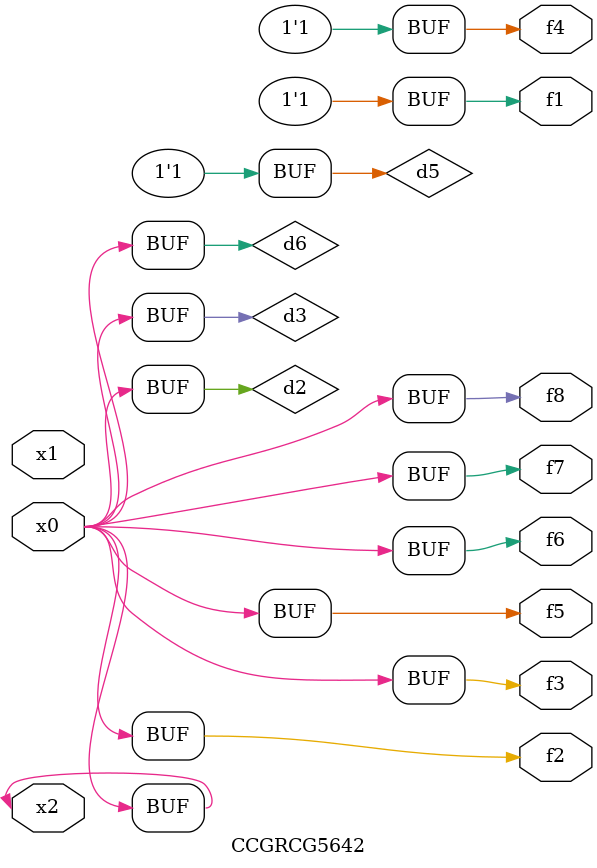
<source format=v>
module CCGRCG5642(
	input x0, x1, x2,
	output f1, f2, f3, f4, f5, f6, f7, f8
);

	wire d1, d2, d3, d4, d5, d6;

	xnor (d1, x2);
	buf (d2, x0, x2);
	and (d3, x0);
	xnor (d4, x1, x2);
	nand (d5, d1, d3);
	buf (d6, d2, d3);
	assign f1 = d5;
	assign f2 = d6;
	assign f3 = d6;
	assign f4 = d5;
	assign f5 = d6;
	assign f6 = d6;
	assign f7 = d6;
	assign f8 = d6;
endmodule

</source>
